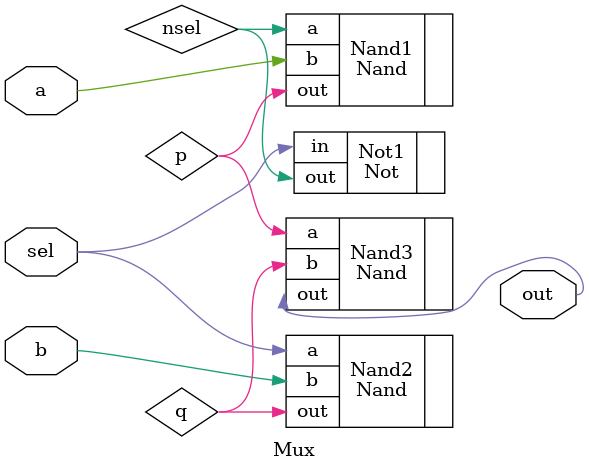
<source format=v>

module Mux (
  input wire a, b, sel,
  output wire out
);

wire nsel;
wire p, q;

Not Not1(.in(sel), .out(nsel));
Nand Nand1(.a(nsel), .b(a), .out(p));
Nand Nand2(.a(sel), .b(b), .out(q));
Nand Nand3(.a(p), .b(q), .out(out));

endmodule

</source>
